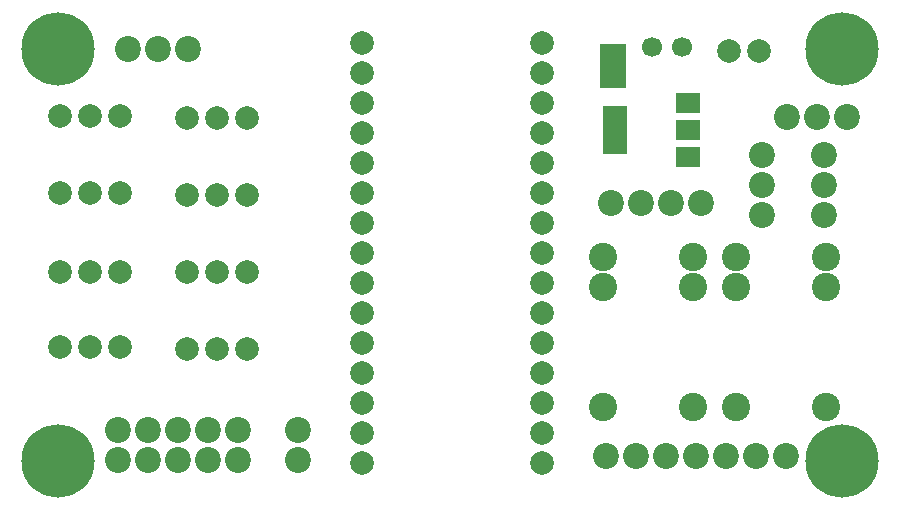
<source format=gbr>
%FSLAX34Y34*%
%MOMM*%
%LNSOLDERMASK_TOP*%
G71*
G01*
%ADD10C, 2.000*%
%ADD11R, 2.000X1.800*%
%ADD12R, 2.000X4.100*%
%ADD13C, 6.200*%
%ADD14C, 2.000*%
%ADD15C, 2.200*%
%ADD16R, 2.200X1.900*%
%ADD17C, 1.700*%
%ADD18C, 2.400*%
%LPD*%
X449262Y-391988D02*
G54D10*
D03*
X449262Y-366588D02*
G54D10*
D03*
X449262Y-341188D02*
G54D10*
D03*
X449262Y-315788D02*
G54D10*
D03*
X449262Y-290388D02*
G54D10*
D03*
X449262Y-264988D02*
G54D10*
D03*
X449262Y-239588D02*
G54D10*
D03*
X449262Y-214188D02*
G54D10*
D03*
X449262Y-188788D02*
G54D10*
D03*
X449262Y-163388D02*
G54D10*
D03*
X449262Y-137988D02*
G54D10*
D03*
X449262Y-112588D02*
G54D10*
D03*
X449262Y-87188D02*
G54D10*
D03*
X449262Y-61788D02*
G54D10*
D03*
X449262Y-36388D02*
G54D10*
D03*
X296862Y-391988D02*
G54D10*
D03*
X296862Y-391988D02*
G54D10*
D03*
X296862Y-366588D02*
G54D10*
D03*
X296862Y-341188D02*
G54D10*
D03*
X296862Y-315788D02*
G54D10*
D03*
X296862Y-290388D02*
G54D10*
D03*
X296862Y-264988D02*
G54D10*
D03*
X296862Y-239588D02*
G54D10*
D03*
X296862Y-214188D02*
G54D10*
D03*
X296862Y-188788D02*
G54D10*
D03*
X296862Y-163388D02*
G54D10*
D03*
X296862Y-137988D02*
G54D10*
D03*
X296862Y-112588D02*
G54D10*
D03*
X296862Y-87188D02*
G54D10*
D03*
X296862Y-61788D02*
G54D10*
D03*
X296862Y-36388D02*
G54D10*
D03*
X572884Y-132740D02*
G54D11*
D03*
X572884Y-109740D02*
G54D11*
D03*
X572884Y-86740D02*
G54D11*
D03*
X510884Y-109740D02*
G54D12*
D03*
X703262Y-41150D02*
G54D13*
D03*
X703262Y-390400D02*
G54D13*
D03*
X39688Y-390400D02*
G54D13*
D03*
X39688Y-41150D02*
G54D13*
D03*
X608059Y-42869D02*
G54D14*
D03*
X633459Y-42869D02*
G54D14*
D03*
X149573Y-41280D02*
G54D15*
D03*
X124173Y-41280D02*
G54D15*
D03*
X98773Y-41280D02*
G54D15*
D03*
X509588Y-46038D02*
G54D16*
D03*
X509588Y-65037D02*
G54D16*
D03*
X542925Y-39688D02*
G54D17*
D03*
X568325Y-39688D02*
G54D17*
D03*
X687843Y-181630D02*
G54D15*
D03*
X687842Y-156230D02*
G54D15*
D03*
X687842Y-130830D02*
G54D15*
D03*
X243244Y-389279D02*
G54D15*
D03*
X243244Y-363879D02*
G54D15*
D03*
X584284Y-172064D02*
G54D15*
D03*
X558884Y-172064D02*
G54D15*
D03*
X533484Y-172064D02*
G54D15*
D03*
X508084Y-172064D02*
G54D15*
D03*
X92075Y-98426D02*
G54D14*
D03*
X66675Y-98426D02*
G54D14*
D03*
X41275Y-98426D02*
G54D14*
D03*
X192088Y-363538D02*
G54D15*
D03*
X192088Y-388938D02*
G54D15*
D03*
X166688Y-363538D02*
G54D15*
D03*
X166688Y-388938D02*
G54D15*
D03*
X141288Y-363538D02*
G54D15*
D03*
X141288Y-388938D02*
G54D15*
D03*
X115888Y-363538D02*
G54D15*
D03*
X115888Y-388937D02*
G54D15*
D03*
X90488Y-363538D02*
G54D15*
D03*
X90488Y-388937D02*
G54D15*
D03*
X200025Y-100013D02*
G54D14*
D03*
X174625Y-100013D02*
G54D14*
D03*
X149225Y-100013D02*
G54D14*
D03*
X92075Y-163513D02*
G54D14*
D03*
X66675Y-163513D02*
G54D14*
D03*
X41275Y-163513D02*
G54D14*
D03*
X200025Y-165101D02*
G54D14*
D03*
X174625Y-165101D02*
G54D14*
D03*
X149225Y-165101D02*
G54D14*
D03*
X92075Y-230188D02*
G54D14*
D03*
X66675Y-230188D02*
G54D14*
D03*
X41275Y-230188D02*
G54D14*
D03*
X200025Y-230188D02*
G54D14*
D03*
X174625Y-230188D02*
G54D14*
D03*
X149225Y-230188D02*
G54D14*
D03*
X92075Y-293688D02*
G54D14*
D03*
X66675Y-293688D02*
G54D14*
D03*
X41275Y-293688D02*
G54D14*
D03*
X200025Y-295276D02*
G54D14*
D03*
X174625Y-295276D02*
G54D14*
D03*
X149225Y-295276D02*
G54D14*
D03*
X577299Y-217717D02*
G54D18*
D03*
X577299Y-243118D02*
G54D18*
D03*
X577299Y-344718D02*
G54D18*
D03*
X501099Y-217717D02*
G54D18*
D03*
X501099Y-243118D02*
G54D18*
D03*
X501099Y-344717D02*
G54D18*
D03*
X579522Y-386376D02*
G54D15*
D03*
X554122Y-386376D02*
G54D15*
D03*
X528722Y-386376D02*
G54D15*
D03*
X503322Y-386376D02*
G54D15*
D03*
X655722Y-386376D02*
G54D15*
D03*
X630322Y-386376D02*
G54D15*
D03*
X604922Y-386376D02*
G54D15*
D03*
X690011Y-217717D02*
G54D18*
D03*
X690011Y-243118D02*
G54D18*
D03*
X690011Y-344718D02*
G54D18*
D03*
X613811Y-217717D02*
G54D18*
D03*
X613811Y-243118D02*
G54D18*
D03*
X613811Y-344717D02*
G54D18*
D03*
X635455Y-130830D02*
G54D15*
D03*
X635455Y-156230D02*
G54D15*
D03*
X635455Y-181630D02*
G54D15*
D03*
X707848Y-98931D02*
G54D15*
D03*
X682448Y-98931D02*
G54D15*
D03*
X657048Y-98931D02*
G54D15*
D03*
M02*

</source>
